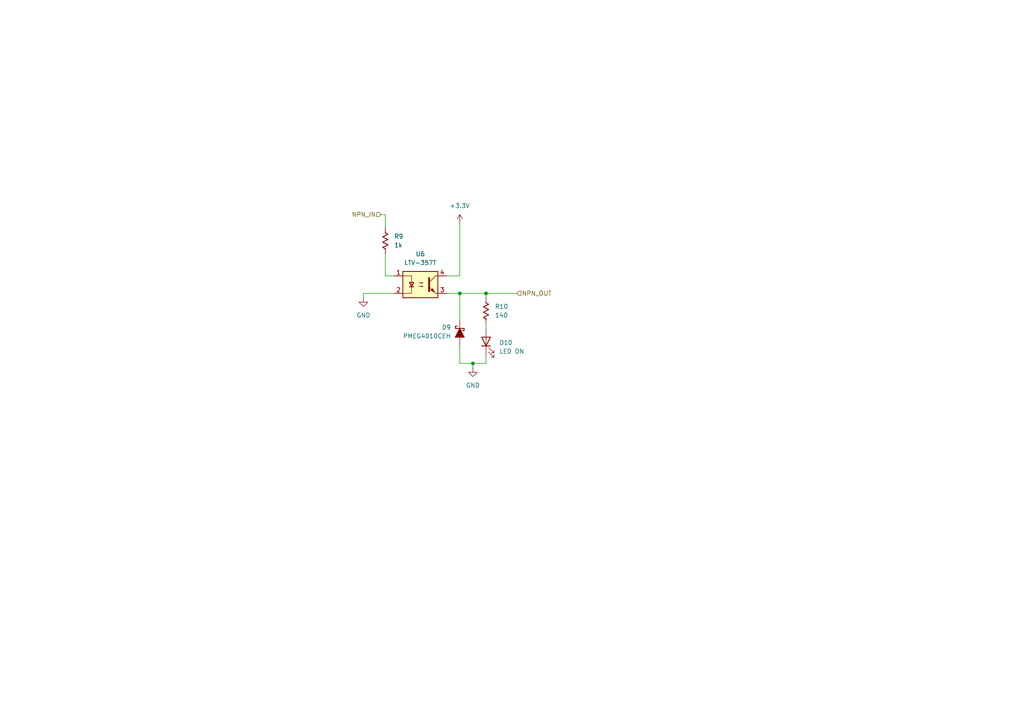
<source format=kicad_sch>
(kicad_sch (version 20250114) (generator "eeschema") (generator_version "9.0")
  (paper "A4")
  (lib_symbols
    (symbol "EasyEDA:+3.3V" (power) (pin_numbers (hide yes)) (pin_names (offset 0) (hide yes))
      (property "Value" "+3.3V" (at 0 3.556 0))
      (symbol "+3.3V_0_1"
        (polyline (pts (xy -0.762 1.27) (xy 0 2.54)))
        (polyline (pts (xy 0 2.54) (xy 0.762 1.27)))
        (polyline (pts (xy 0 0) (xy 0 2.54)))
      )
      (symbol "+3.3V_1_1"
        (pin power_in line (at 0 0 90) (length 0) (name "~") (number "1"))
      )
    )
    (symbol "EasyEDA:GND" (power) (pin_numbers (hide yes)) (pin_names (offset 0) (hide yes))
      (property "Value" "GND" (at 0 -3.81 0))
      (symbol "GND_0_1"
        (polyline (pts (xy 0 0) (xy 0 -1.27) (xy 1.27 -1.27) (xy 0 -2.54) (xy -1.27 -1.27) (xy 0 -1.27)))
      )
      (symbol "GND_1_1"
        (pin power_in line (at 0 0 270) (length 0) (name "~") (number "1"))
      )
    )
    (symbol "EasyEDA:LED" (pin_numbers (hide yes)) (pin_names (offset 1.016) (hide yes))
      (property "Reference" "D" (at 0 2.54 0))
      (property "Value" "LED" (at 0 -2.54 0))
      (symbol "LED_0_1"
        (polyline (pts (xy -3.048 -0.762) (xy -4.572 -2.286) (xy -3.81 -2.286) (xy -4.572 -2.286) (xy -4.572 -1.524)))
        (polyline (pts (xy -1.778 -0.762) (xy -3.302 -2.286) (xy -2.54 -2.286) (xy -3.302 -2.286) (xy -3.302 -1.524)))
        (polyline (pts (xy -1.27 0) (xy 1.27 0)))
        (polyline (pts (xy -1.27 -1.27) (xy -1.27 1.27)) (stroke (width 0.254)))
        (polyline (pts (xy 1.27 -1.27) (xy 1.27 1.27) (xy -1.27 0) (xy 1.27 -1.27)) (stroke (width 0.254)))
      )
      (symbol "LED_1_1"
        (pin passive line (at -3.81 0 0) (length 2.54) (name "K") (number "1"))
        (pin passive line (at 3.81 0 180) (length 2.54) (name "A") (number "2"))
      )
    )
    (symbol "EasyEDA:LTV-357T" (pin_names (offset 1.016))
      (property "Reference" "U" (at -5.334 4.826 0))
      (property "Value" "LTV-357T" (at 0 5.08 0))
      (symbol "LTV-357T_0_1"
        (rectangle (start -5.08 3.81) (end 5.08 -3.81) (stroke (width 0.254)) (fill (type background)))
        (polyline (pts (xy -5.08 2.54) (xy -2.54 2.54) (xy -2.54 -0.762)))
        (polyline (pts (xy -3.175 -0.635) (xy -1.905 -0.635)) (stroke (width 0.254)))
        (polyline (pts (xy -2.54 -0.635) (xy -2.54 -2.54) (xy -5.08 -2.54)))
        (polyline (pts (xy -2.54 -0.635) (xy -3.175 0.635) (xy -1.905 0.635) (xy -2.54 -0.635)) (stroke (width 0.254)))
        (polyline (pts (xy -0.508 0.508) (xy 0.762 0.508) (xy 0.381 0.381) (xy 0.381 0.635) (xy 0.762 0.508)))
        (polyline (pts (xy -0.508 -0.508) (xy 0.762 -0.508) (xy 0.381 -0.635) (xy 0.381 -0.381) (xy 0.762 -0.508)))
        (polyline (pts (xy 2.54 1.905) (xy 2.54 -1.905)) (stroke (width 0.508)))
        (polyline (pts (xy 2.54 0.635) (xy 4.445 2.54)))
        (polyline (pts (xy 3.048 -1.651) (xy 3.556 -1.143) (xy 4.064 -2.159) (xy 3.048 -1.651)) (fill (type outline)))
        (polyline (pts (xy 4.445 2.54) (xy 5.08 2.54)))
        (polyline (pts (xy 4.445 -2.54) (xy 2.54 -0.635)) (fill (type outline)))
        (polyline (pts (xy 4.445 -2.54) (xy 5.08 -2.54)))
      )
      (symbol "LTV-357T_1_1"
        (pin passive line (at -7.62 2.54 0) (length 2.54) (name "~") (number "1"))
        (pin passive line (at -7.62 -2.54 0) (length 2.54) (name "~") (number "2"))
        (pin passive line (at 7.62 2.54 180) (length 2.54) (name "~") (number "4"))
        (pin passive line (at 7.62 -2.54 180) (length 2.54) (name "~") (number "3"))
      )
    )
    (symbol "EasyEDA:PMEG4010CEH" (pin_numbers (hide yes)) (pin_names (offset 1.016) (hide yes))
      (property "Reference" "D" (at 0 5.08 0))
      (property "Value" "PMEG4010CEH" (at 0 2.54 0))
      (symbol "PMEG4010CEH_0_1"
        (polyline (pts (xy -1.27 0) (xy 1.27 0)))
        (polyline (pts (xy -1.27 -1.27) (xy -1.27 1.27) (xy 1.27 0) (xy -1.27 -1.27)) (stroke (width 0.254)) (fill (type outline)))
        (polyline (pts (xy 1.905 -0.762) (xy 1.905 -1.27) (xy 1.27 -1.27) (xy 1.27 1.27) (xy 0.635 1.27) (xy 0.635 0.762)) (stroke (width 0.254)))
      )
      (symbol "PMEG4010CEH_0_2"
        (polyline (pts (xy -2.54 -2.54) (xy 2.54 2.54)))
        (polyline (pts (xy -0.889 -0.889) (xy -1.778 0) (xy 0.889 0.889) (xy 0 -1.778) (xy -0.889 -0.889)) (stroke (width 0.254)) (fill (type outline)))
        (polyline (pts (xy 0 1.778) (xy 1.778 0)) (stroke (width 0.254)))
        (polyline (pts (xy 0 1.778) (xy -0.381 1.397) (xy 0 1.016)) (stroke (width 0.254)))
        (polyline (pts (xy 1.778 0) (xy 2.159 0.381) (xy 1.778 0.762)) (stroke (width 0.254)))
      )
      (symbol "PMEG4010CEH_1_1"
        (pin passive line (at -3.81 0 0) (length 2.54) (name "A") (number "2"))
        (pin passive line (at 3.81 0 180) (length 2.54) (name "K") (number "1"))
      )
      (symbol "PMEG4010CEH_1_2"
        (pin passive line (at -2.54 -2.54 0) (length 0) (name "A") (number "2"))
        (pin passive line (at 2.54 2.54 180) (length 0) (name "K") (number "1"))
      )
    )
    (symbol "EasyEDA:R_0603" (pin_numbers (hide yes)) (pin_names (offset 0))
      (property "Reference" "R" (at 2.54 1.27 0))
      (property "Value" "R_0603" (at 2.54 -1.27 0))
      (symbol "R_0603_0_1"
        (polyline (pts (xy 0 2.286) (xy 0 2.54)) (stroke (width 0.254)))
        (polyline (pts (xy 0 2.286) (xy 0.762 1.905) (xy -0.762 1.143) (xy 0 0.762) (xy 0.762 0.381) (xy 0 0) (xy -0.762 -0.381) (xy 0 -0.762) (xy 0.762 -1.143) (xy 0 -1.524) (xy -0.762 -1.905) (xy 0 -2.286)) (stroke (width 0.254)))
        (polyline (pts (xy 0 -2.286) (xy 0 -2.54)) (stroke (width 0.254)))
      )
      (symbol "R_0603_0_2"
        (polyline (pts (xy -2.54 -2.54) (xy -1.778 -1.778)))
        (polyline (pts (xy -1.778 -1.778) (xy -1.524 -1.524)) (stroke (width 0.254)))
        (polyline (pts (xy -1.524 -1.524) (xy -1.778 -0.762) (xy -1.016 -1.016)) (stroke (width 0.254)))
        (polyline (pts (xy -0.508 -0.508) (xy -0.762 0.254) (xy 0 0)) (stroke (width 0.254)))
        (polyline (pts (xy -0.508 -0.508) (xy -0.254 -1.27) (xy -1.016 -1.016)) (stroke (width 0.254)))
        (polyline (pts (xy 0.508 0.508) (xy 0.254 1.27) (xy 1.016 1.016)) (stroke (width 0.254)))
        (polyline (pts (xy 0.508 0.508) (xy 0.762 -0.254) (xy 0 0)) (stroke (width 0.254)))
        (polyline (pts (xy 1.524 1.524) (xy 1.778 0.762) (xy 1.016 1.016)) (stroke (width 0.254)))
        (polyline (pts (xy 1.778 1.778) (xy 1.524 1.524)) (stroke (width 0.254)))
        (polyline (pts (xy 1.778 1.778) (xy 2.54 2.54)))
      )
      (symbol "R_0603_1_1"
        (pin passive line (at 0 3.81 270) (length 1.27) (name "~") (number "1"))
        (pin passive line (at 0 -3.81 90) (length 1.27) (name "~") (number "2"))
      )
      (symbol "R_0603_1_2"
        (pin passive line (at -2.54 -2.54 0) (length 0) (name "") (number "2"))
        (pin passive line (at 2.54 2.54 180) (length 0) (name "") (number "1"))
      )
    )
  )
  (junction (at 137.16 105.41))
  (junction (at 133.35 85.09))
  (junction (at 140.97 85.09))
  (wire (pts (xy 111.76 62.23) (xy 111.76 66.04)))
  (wire (pts (xy 140.97 102.87) (xy 140.97 105.41)))
  (wire (pts (xy 133.35 92.71) (xy 133.35 85.09)))
  (wire (pts (xy 133.35 100.33) (xy 133.35 105.41)))
  (wire (pts (xy 111.76 80.01) (xy 114.3 80.01)))
  (wire (pts (xy 105.41 85.09) (xy 114.3 85.09)))
  (wire (pts (xy 140.97 105.41) (xy 137.16 105.41)))
  (wire (pts (xy 111.76 73.66) (xy 111.76 80.01)))
  (wire (pts (xy 129.54 80.01) (xy 133.35 80.01)))
  (wire (pts (xy 133.35 85.09) (xy 140.97 85.09)))
  (wire (pts (xy 105.41 85.09) (xy 105.41 86.36)))
  (wire (pts (xy 140.97 85.09) (xy 140.97 86.36)))
  (wire (pts (xy 137.16 105.41) (xy 137.16 106.68)))
  (wire (pts (xy 140.97 93.98) (xy 140.97 95.25)))
  (wire (pts (xy 137.16 105.41) (xy 133.35 105.41)))
  (wire (pts (xy 110.49 62.23) (xy 111.76 62.23)))
  (wire (pts (xy 129.54 85.09) (xy 133.35 85.09)))
  (wire (pts (xy 140.97 85.09) (xy 149.86 85.09)))
  (wire (pts (xy 133.35 64.77) (xy 133.35 80.01)))
  (hierarchical_label "NPN_IN" (shape input) (at 110.49 62.23 180))
  (hierarchical_label "NPN_OUT" (shape input) (at 149.86 85.09 0))
  (symbol (lib_id "EasyEDA:+3.3V") (at 133.35 64.77 0) (unit 1)
    (property "Reference" "#PWR027" (effects (hide yes)))
    (property "Value" "+3.3V" (at 133.35 59.69 0))
    (property "Description" "Power symbol creates a global label with name \"+3.3V\"" (effects (hide yes)))
  )
  (symbol (lib_id "EasyEDA:GND") (at 137.16 106.68 0) (unit 1)
    (property "Reference" "#PWR028" (effects (hide yes)))
    (property "Value" "GND" (at 137.16 111.76 0))
    (property "Description" "Power symbol creates a global label with name \"GND\" , ground" (effects (hide yes)))
  )
  (symbol (lib_id "EasyEDA:PMEG4010CEH") (at 133.35 96.52 270) (mirror x) (unit 1)
    (property "Reference" "D9" (at 130.81 94.9324 90) (effects (justify right)))
    (property "Value" "PMEG4010CEH" (at 130.81 97.4724 90) (effects (justify right)))
    (property "Footprint" "PCM_Diode_SMD_AKL:D_SOD-123F" (effects (hide yes)))
    (property "Datasheet" "https://www.tme.eu/Document/6076ddfe18935c4c311aad91dddcf920/PMEG4010CEX-DTE.pdf" (effects (hide yes)))
    (property "Description" "SOD-123F Schottky diode, 40V, 1A, Alternate KiCAD Library" (effects (hide yes)))
  )
  (symbol (lib_id "EasyEDA:GND") (at 105.41 86.36 0) (unit 1)
    (property "Reference" "#PWR026" (effects (hide yes)))
    (property "Value" "GND" (at 105.41 91.44 0))
    (property "Description" "Power symbol creates a global label with name \"GND\" , ground" (effects (hide yes)))
  )
  (symbol (lib_id "EasyEDA:R_0603") (at 111.76 69.85 0) (unit 1)
    (property "Reference" "R9" (at 114.3 68.5799 0) (effects (justify left)))
    (property "Value" "1k" (at 114.3 71.1199 0) (effects (justify left)))
    (property "Footprint" "PCM_Resistor_SMD_AKL:R_0603_1608Metric" (effects (hide yes)))
    (property "Description" "SMD 0603 Chip Resistor, US Symbol, Alternate KiCad Library" (effects (hide yes)))
  )
  (symbol (lib_id "EasyEDA:LED") (at 140.97 99.06 90) (unit 1)
    (property "Reference" "D10" (at 144.78 99.3774 90) (effects (justify right)))
    (property "Value" "LED ON" (at 144.78 101.9174 90) (effects (justify right)))
    (property "Footprint" "LED_SMD:LED_0603_1608Metric" (effects (hide yes)))
    (property "Description" "Light emitting diode" (effects (hide yes)))
    (property "Sim.Pins" "1=K 2=A" (effects (hide yes)))
  )
  (symbol (lib_id "EasyEDA:LTV-357T") (at 121.92 82.55 0) (unit 1)
    (property "Reference" "U6" (at 121.92 73.66 0))
    (property "Value" "LTV-357T" (at 121.92 76.2 0))
    (property "Footprint" "Package_SO:SO-4_4.4x3.6mm_P2.54mm" (effects (hide yes)))
    (property "Datasheet" "https://www.buerklin.com/medias/sys_master/download/download/h91/ha0/8892020588574.pdf" (effects (hide yes)))
    (property "Description" "DC Optocoupler, Vce 35V, CTR 50%, SO-4" (effects (hide yes)))
  )
  (symbol (lib_id "EasyEDA:R_0603") (at 140.97 90.17 0) (unit 1)
    (property "Reference" "R10" (at 143.51 88.8999 0) (effects (justify left)))
    (property "Value" "140" (at 143.51 91.4399 0) (effects (justify left)))
    (property "Footprint" "PCM_Resistor_SMD_AKL:R_0603_1608Metric" (effects (hide yes)))
    (property "Description" "SMD 0603 Chip Resistor, US Symbol, Alternate KiCad Library" (effects (hide yes)))
  )
)
</source>
